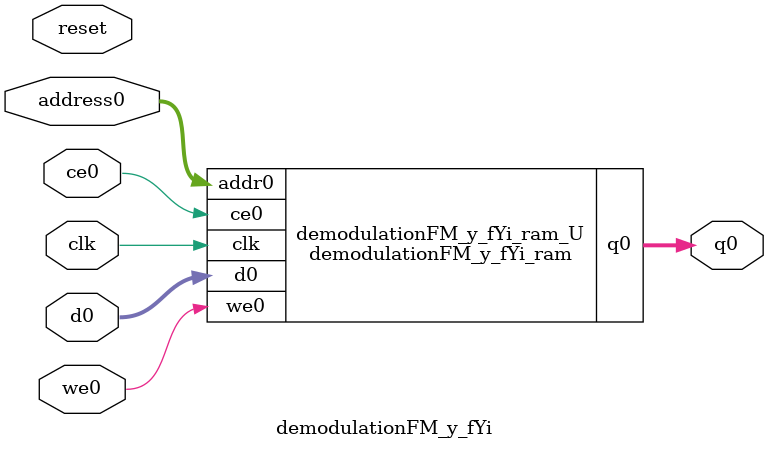
<source format=v>
`timescale 1 ns / 1 ps
module demodulationFM_y_fYi_ram (addr0, ce0, d0, we0, q0,  clk);

parameter DWIDTH = 32;
parameter AWIDTH = 14;
parameter MEM_SIZE = 12500;

input[AWIDTH-1:0] addr0;
input ce0;
input[DWIDTH-1:0] d0;
input we0;
output reg[DWIDTH-1:0] q0;
input clk;

(* ram_style = "block" *)reg [DWIDTH-1:0] ram[0:MEM_SIZE-1];




always @(posedge clk)  
begin 
    if (ce0) begin
        if (we0) 
            ram[addr0] <= d0; 
        q0 <= ram[addr0];
    end
end


endmodule

`timescale 1 ns / 1 ps
module demodulationFM_y_fYi(
    reset,
    clk,
    address0,
    ce0,
    we0,
    d0,
    q0);

parameter DataWidth = 32'd32;
parameter AddressRange = 32'd12500;
parameter AddressWidth = 32'd14;
input reset;
input clk;
input[AddressWidth - 1:0] address0;
input ce0;
input we0;
input[DataWidth - 1:0] d0;
output[DataWidth - 1:0] q0;



demodulationFM_y_fYi_ram demodulationFM_y_fYi_ram_U(
    .clk( clk ),
    .addr0( address0 ),
    .ce0( ce0 ),
    .we0( we0 ),
    .d0( d0 ),
    .q0( q0 ));

endmodule


</source>
